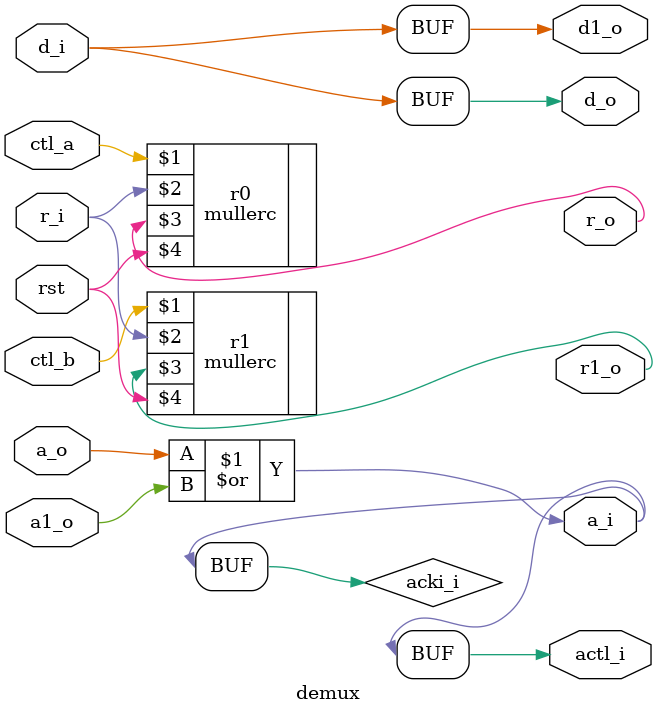
<source format=sv>
`ifndef __demux

`include "../common/mullerc.sv"

module demux #(
    parameter Rpol = 1'b0, // reset polarity (rst=rpol => reset)

    parameter N = 32'b1,

    parameter NATIVE = 1'b1 // don't optimize
  ) (
  input r_i,
  output a_i,
  input [N-1:0] d_i,

  input ctl_a,
  input ctl_b,
  output actl_i,

  output r_o,
  input a_o,
  output [N-1:0] d_o,

  output r1_o,
  input a1_o,
  output [N-1:0] d1_o,

  input rst);

  assign d_o = d_i;
  assign d1_o = d_i;

  wire acki_i;
  assign acki_i = a_o | a1_o;

  assign actl_i = acki_i;
  assign a_i = acki_i;

  mullerc #(.Rval(1'b0), .Rpol(Rpol), .NATIVE(NATIVE)) r0 (
    ctl_a, r_i,
    r_o,
    rst);

  mullerc #(.Rval(1'b0), .Rpol(Rpol), .NATIVE(NATIVE)) r1 (
    ctl_b, r_i,
    r1_o,
    rst);

endmodule

`define __demux
`endif

</source>
